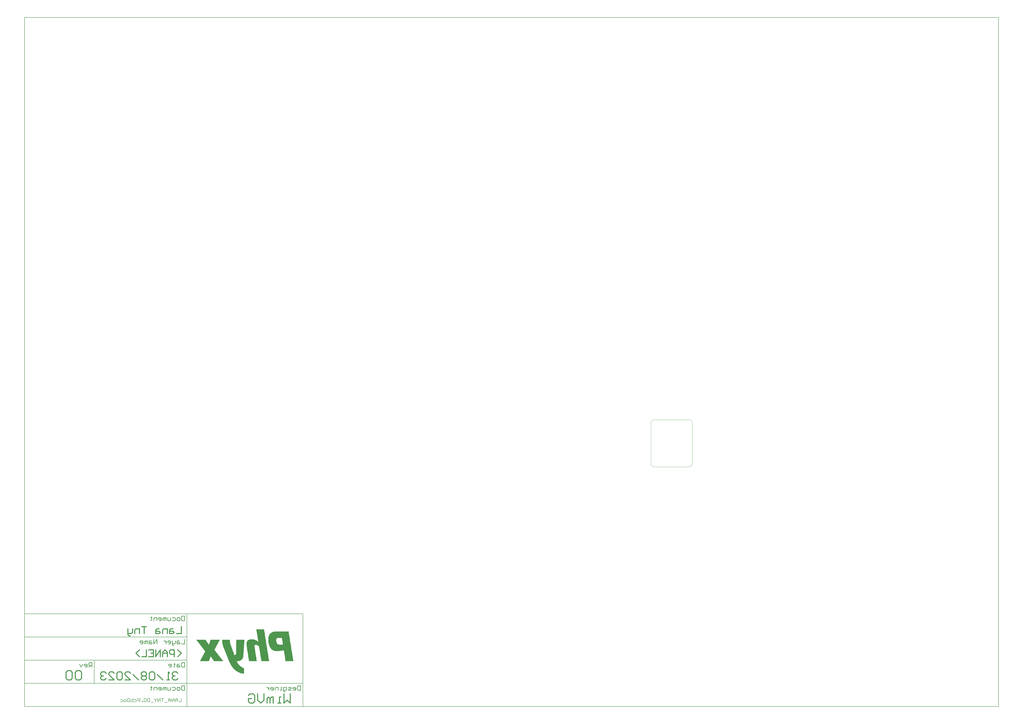
<source format=gbp>
G04*
G04 #@! TF.GenerationSoftware,Altium Limited,Altium Designer,23.8.1 (32)*
G04*
G04 Layer_Color=128*
%FSLAX25Y25*%
%MOIN*%
G70*
G04*
G04 #@! TF.SameCoordinates,792C4401-852F-49E4-8EEA-156BCAAEB04F*
G04*
G04*
G04 #@! TF.FilePolarity,Positive*
G04*
G01*
G75*
%ADD10C,0.00984*%
%ADD12C,0.00394*%
%ADD13C,0.00787*%
%ADD16C,0.01575*%
G36*
X-95415Y-279574D02*
X-97132D01*
Y-279860D01*
X-97991D01*
Y-280146D01*
X-98850D01*
Y-280433D01*
X-99709D01*
Y-280719D01*
X-100282D01*
Y-281005D01*
X-100568D01*
Y-281292D01*
X-101141D01*
Y-281578D01*
X-101427D01*
Y-281864D01*
X-102000D01*
Y-282151D01*
X-102286D01*
Y-282437D01*
X-102572D01*
Y-282723D01*
X-102859D01*
Y-283009D01*
X-103145D01*
Y-283296D01*
X-103431D01*
Y-283582D01*
X-103718D01*
Y-283868D01*
Y-284155D01*
X-104004D01*
Y-284441D01*
X-104290D01*
Y-284727D01*
Y-285014D01*
X-104577D01*
Y-285300D01*
X-104863D01*
Y-285586D01*
Y-285873D01*
X-105149D01*
Y-286159D01*
Y-286445D01*
Y-286732D01*
X-105436D01*
Y-287018D01*
Y-287304D01*
Y-287590D01*
X-105722D01*
Y-287877D01*
Y-288163D01*
Y-288449D01*
Y-288736D01*
X-106008D01*
Y-289022D01*
Y-289308D01*
Y-289595D01*
Y-289881D01*
Y-290167D01*
X-106295D01*
Y-290454D01*
Y-290740D01*
Y-291026D01*
Y-291313D01*
Y-291599D01*
Y-291885D01*
Y-292171D01*
Y-292458D01*
Y-292744D01*
Y-293030D01*
Y-293317D01*
Y-293603D01*
Y-293889D01*
Y-294176D01*
Y-294462D01*
Y-294748D01*
Y-295035D01*
Y-295321D01*
Y-295607D01*
Y-295894D01*
X-106008D01*
Y-296180D01*
Y-296466D01*
Y-296752D01*
Y-297039D01*
Y-297325D01*
Y-297611D01*
Y-297898D01*
X-105722D01*
Y-298184D01*
Y-298470D01*
Y-298757D01*
Y-299043D01*
Y-299329D01*
X-105436D01*
Y-299616D01*
Y-299902D01*
Y-300188D01*
Y-300475D01*
Y-300761D01*
X-105149D01*
Y-301047D01*
Y-301333D01*
Y-301620D01*
X-104863D01*
Y-301906D01*
Y-302192D01*
Y-302479D01*
Y-302765D01*
X-104577D01*
Y-303051D01*
Y-303338D01*
Y-303624D01*
X-104290D01*
Y-303910D01*
Y-304197D01*
X-104004D01*
Y-304483D01*
Y-304769D01*
Y-305055D01*
X-103718D01*
Y-305342D01*
Y-305628D01*
X-103431D01*
Y-305914D01*
Y-306201D01*
X-103145D01*
Y-306487D01*
Y-306773D01*
X-102859D01*
Y-307060D01*
X-102572D01*
Y-307346D01*
Y-307632D01*
X-102286D01*
Y-307919D01*
X-102000D01*
Y-308205D01*
X-101714D01*
Y-308491D01*
Y-308778D01*
X-101427D01*
Y-309064D01*
X-101141D01*
Y-309350D01*
X-100855D01*
Y-309636D01*
X-100568D01*
Y-309923D01*
X-100282D01*
Y-310209D01*
X-99709D01*
Y-310495D01*
X-99423D01*
Y-310782D01*
X-98850D01*
Y-311068D01*
X-98564D01*
Y-311354D01*
X-97991D01*
Y-311641D01*
X-97132D01*
Y-311927D01*
X-96273D01*
Y-312213D01*
X-95415D01*
Y-312500D01*
X-93697D01*
Y-312786D01*
X-88543D01*
Y-312500D01*
X-85966D01*
Y-312213D01*
X-83962D01*
Y-311927D01*
X-82530D01*
Y-311641D01*
X-81099D01*
Y-311354D01*
X-79667D01*
Y-311641D01*
Y-311927D01*
Y-312213D01*
Y-312500D01*
Y-312786D01*
Y-313072D01*
Y-313359D01*
X-79381D01*
Y-313645D01*
Y-313931D01*
Y-314217D01*
Y-314504D01*
Y-314790D01*
Y-315076D01*
X-79095D01*
Y-315363D01*
Y-315649D01*
Y-315935D01*
Y-316222D01*
Y-316508D01*
Y-316794D01*
X-78808D01*
Y-317081D01*
Y-317367D01*
Y-317653D01*
Y-317940D01*
Y-318226D01*
Y-318512D01*
Y-318798D01*
X-78522D01*
Y-319085D01*
Y-319371D01*
Y-319657D01*
Y-319944D01*
Y-320230D01*
Y-320516D01*
X-78236D01*
Y-320803D01*
Y-321089D01*
Y-321375D01*
Y-321662D01*
Y-321948D01*
Y-322234D01*
X-77950D01*
Y-322521D01*
Y-322807D01*
Y-323093D01*
Y-323379D01*
Y-323666D01*
Y-323952D01*
Y-324238D01*
X-77663D01*
Y-324525D01*
Y-324811D01*
Y-325097D01*
Y-325384D01*
Y-325670D01*
Y-325956D01*
X-77377D01*
Y-326243D01*
Y-326529D01*
Y-326815D01*
Y-327102D01*
Y-327388D01*
Y-327674D01*
X-77091D01*
Y-327960D01*
Y-328247D01*
Y-328533D01*
Y-328819D01*
Y-329106D01*
Y-329392D01*
Y-329678D01*
X-63634D01*
Y-329392D01*
X-63920D01*
Y-329106D01*
Y-328819D01*
Y-328533D01*
Y-328247D01*
Y-327960D01*
X-64206D01*
Y-327674D01*
Y-327388D01*
Y-327102D01*
Y-326815D01*
Y-326529D01*
Y-326243D01*
Y-325956D01*
X-64493D01*
Y-325670D01*
Y-325384D01*
Y-325097D01*
Y-324811D01*
Y-324525D01*
Y-324238D01*
X-64779D01*
Y-323952D01*
Y-323666D01*
Y-323379D01*
Y-323093D01*
Y-322807D01*
Y-322521D01*
X-65065D01*
Y-322234D01*
Y-321948D01*
Y-321662D01*
Y-321375D01*
Y-321089D01*
Y-320803D01*
Y-320516D01*
X-65352D01*
Y-320230D01*
Y-319944D01*
Y-319657D01*
Y-319371D01*
Y-319085D01*
Y-318798D01*
X-65638D01*
Y-318512D01*
Y-318226D01*
Y-317940D01*
Y-317653D01*
Y-317367D01*
Y-317081D01*
X-65924D01*
Y-316794D01*
Y-316508D01*
Y-316222D01*
Y-315935D01*
Y-315649D01*
Y-315363D01*
X-66211D01*
Y-315076D01*
Y-314790D01*
Y-314504D01*
Y-314217D01*
Y-313931D01*
Y-313645D01*
Y-313359D01*
X-66497D01*
Y-313072D01*
Y-312786D01*
Y-312500D01*
Y-312213D01*
Y-311927D01*
Y-311641D01*
X-66783D01*
Y-311354D01*
Y-311068D01*
Y-310782D01*
Y-310495D01*
Y-310209D01*
Y-309923D01*
X-67070D01*
Y-309636D01*
Y-309350D01*
Y-309064D01*
Y-308778D01*
Y-308491D01*
Y-308205D01*
X-67356D01*
Y-307919D01*
Y-307632D01*
Y-307346D01*
Y-307060D01*
Y-306773D01*
Y-306487D01*
Y-306201D01*
X-67642D01*
Y-305914D01*
Y-305628D01*
Y-305342D01*
Y-305055D01*
Y-304769D01*
Y-304483D01*
X-67928D01*
Y-304197D01*
Y-303910D01*
Y-303624D01*
Y-303338D01*
Y-303051D01*
Y-302765D01*
X-68215D01*
Y-302479D01*
Y-302192D01*
Y-301906D01*
Y-301620D01*
Y-301333D01*
Y-301047D01*
Y-300761D01*
X-68501D01*
Y-300475D01*
Y-300188D01*
Y-299902D01*
Y-299616D01*
Y-299329D01*
Y-299043D01*
X-68787D01*
Y-298757D01*
Y-298470D01*
Y-298184D01*
Y-297898D01*
Y-297611D01*
Y-297325D01*
X-69074D01*
Y-297039D01*
Y-296752D01*
Y-296466D01*
Y-296180D01*
Y-295894D01*
Y-295607D01*
X-69360D01*
Y-295321D01*
Y-295035D01*
Y-294748D01*
Y-294462D01*
Y-294176D01*
Y-293889D01*
Y-293603D01*
X-69646D01*
Y-293317D01*
Y-293030D01*
Y-292744D01*
Y-292458D01*
Y-292171D01*
Y-291885D01*
X-69933D01*
Y-291599D01*
Y-291313D01*
Y-291026D01*
Y-290740D01*
Y-290454D01*
Y-290167D01*
X-70219D01*
Y-289881D01*
Y-289595D01*
Y-289308D01*
Y-289022D01*
Y-288736D01*
Y-288449D01*
Y-288163D01*
X-70505D01*
Y-287877D01*
Y-287590D01*
Y-287304D01*
Y-287018D01*
Y-286732D01*
Y-286445D01*
X-70792D01*
Y-286159D01*
Y-285873D01*
Y-285586D01*
Y-285300D01*
Y-285014D01*
Y-284727D01*
X-71078D01*
Y-284441D01*
Y-284155D01*
Y-283868D01*
Y-283582D01*
Y-283296D01*
Y-283009D01*
Y-282723D01*
X-71364D01*
Y-282437D01*
Y-282151D01*
Y-281864D01*
Y-281578D01*
Y-281292D01*
Y-281005D01*
X-71651D01*
Y-280719D01*
Y-280433D01*
Y-280146D01*
Y-279860D01*
Y-279574D01*
Y-279287D01*
X-95415D01*
Y-279574D01*
D02*
G37*
G36*
X-126623Y-276138D02*
Y-276424D01*
X-126336D01*
Y-276711D01*
Y-276997D01*
Y-277283D01*
Y-277570D01*
Y-277856D01*
Y-278142D01*
X-126050D01*
Y-278428D01*
Y-278715D01*
Y-279001D01*
Y-279287D01*
Y-279574D01*
Y-279860D01*
X-125764D01*
Y-280146D01*
Y-280433D01*
Y-280719D01*
Y-281005D01*
Y-281292D01*
Y-281578D01*
Y-281864D01*
X-125477D01*
Y-282151D01*
Y-282437D01*
Y-282723D01*
Y-283009D01*
Y-283296D01*
Y-283582D01*
X-125191D01*
Y-283868D01*
Y-284155D01*
Y-284441D01*
Y-284727D01*
Y-285014D01*
Y-285300D01*
X-124905D01*
Y-285586D01*
Y-285873D01*
Y-286159D01*
Y-286445D01*
Y-286732D01*
Y-287018D01*
Y-287304D01*
X-124618D01*
Y-287590D01*
Y-287877D01*
Y-288163D01*
Y-288449D01*
Y-288736D01*
Y-289022D01*
X-124332D01*
Y-289308D01*
Y-289595D01*
Y-289881D01*
Y-290167D01*
Y-290454D01*
Y-290740D01*
X-124046D01*
Y-291026D01*
Y-291313D01*
Y-291599D01*
Y-291885D01*
Y-292171D01*
Y-292458D01*
X-123759D01*
Y-292744D01*
Y-293030D01*
Y-293317D01*
Y-293603D01*
Y-293889D01*
Y-294176D01*
Y-294462D01*
X-123473D01*
Y-294748D01*
Y-295035D01*
Y-295321D01*
Y-295607D01*
Y-295894D01*
Y-296180D01*
X-123187D01*
Y-296466D01*
Y-296752D01*
X-123759D01*
Y-296466D01*
X-124046D01*
Y-296180D01*
X-124332D01*
Y-295894D01*
X-124905D01*
Y-295607D01*
X-125191D01*
Y-295321D01*
X-125477D01*
Y-295035D01*
X-126050D01*
Y-294748D01*
X-126623D01*
Y-294462D01*
X-126909D01*
Y-294176D01*
X-127482D01*
Y-293889D01*
X-128341D01*
Y-293603D01*
X-128913D01*
Y-293317D01*
X-129772D01*
Y-293030D01*
X-131204D01*
Y-292744D01*
X-137503D01*
Y-293030D01*
X-138648D01*
Y-293317D01*
X-139507D01*
Y-293603D01*
X-140079D01*
Y-293889D01*
X-140366D01*
Y-294176D01*
X-140938D01*
Y-294462D01*
X-141225D01*
Y-294748D01*
X-141511D01*
Y-295035D01*
X-141797D01*
Y-295321D01*
X-142084D01*
Y-295607D01*
Y-295894D01*
X-142370D01*
Y-296180D01*
Y-296466D01*
X-142656D01*
Y-296752D01*
Y-297039D01*
Y-297325D01*
X-142943D01*
Y-297611D01*
Y-297898D01*
Y-298184D01*
Y-298470D01*
X-143229D01*
Y-298757D01*
Y-299043D01*
Y-299329D01*
Y-299616D01*
Y-299902D01*
Y-300188D01*
Y-300475D01*
Y-300761D01*
Y-301047D01*
Y-301333D01*
Y-301620D01*
Y-301906D01*
Y-302192D01*
Y-302479D01*
Y-302765D01*
Y-303051D01*
Y-303338D01*
Y-303624D01*
X-142943D01*
Y-303910D01*
Y-304197D01*
Y-304483D01*
Y-304769D01*
Y-305055D01*
Y-305342D01*
Y-305628D01*
X-142656D01*
Y-305914D01*
Y-306201D01*
Y-306487D01*
Y-306773D01*
Y-307060D01*
Y-307346D01*
Y-307632D01*
X-142370D01*
Y-307919D01*
Y-308205D01*
Y-308491D01*
Y-308778D01*
Y-309064D01*
Y-309350D01*
X-142084D01*
Y-309636D01*
Y-309923D01*
Y-310209D01*
Y-310495D01*
Y-310782D01*
Y-311068D01*
X-141797D01*
Y-311354D01*
Y-311641D01*
Y-311927D01*
Y-312213D01*
Y-312500D01*
Y-312786D01*
X-141511D01*
Y-313072D01*
Y-313359D01*
Y-313645D01*
Y-313931D01*
Y-314217D01*
Y-314504D01*
Y-314790D01*
X-141225D01*
Y-315076D01*
Y-315363D01*
Y-315649D01*
Y-315935D01*
Y-316222D01*
Y-316508D01*
X-140938D01*
Y-316794D01*
Y-317081D01*
Y-317367D01*
Y-317653D01*
Y-317940D01*
Y-318226D01*
X-140652D01*
Y-318512D01*
Y-318798D01*
Y-319085D01*
Y-319371D01*
Y-319657D01*
Y-319944D01*
Y-320230D01*
X-140366D01*
Y-320516D01*
Y-320803D01*
Y-321089D01*
Y-321375D01*
Y-321662D01*
Y-321948D01*
X-140079D01*
Y-322234D01*
Y-322521D01*
Y-322807D01*
Y-323093D01*
Y-323379D01*
Y-323666D01*
X-139793D01*
Y-323952D01*
Y-324238D01*
Y-324525D01*
Y-324811D01*
Y-325097D01*
Y-325384D01*
X-139507D01*
Y-325670D01*
Y-325956D01*
Y-326243D01*
Y-326529D01*
Y-326815D01*
Y-327102D01*
Y-327388D01*
X-139220D01*
Y-327674D01*
Y-327960D01*
Y-328247D01*
Y-328533D01*
Y-328819D01*
Y-329106D01*
X-138934D01*
Y-329392D01*
Y-329678D01*
X-125764D01*
Y-329392D01*
Y-329106D01*
X-126050D01*
Y-328819D01*
Y-328533D01*
Y-328247D01*
Y-327960D01*
Y-327674D01*
Y-327388D01*
X-126336D01*
Y-327102D01*
Y-326815D01*
Y-326529D01*
Y-326243D01*
Y-325956D01*
Y-325670D01*
Y-325384D01*
X-126623D01*
Y-325097D01*
Y-324811D01*
Y-324525D01*
Y-324238D01*
Y-323952D01*
Y-323666D01*
X-126909D01*
Y-323379D01*
Y-323093D01*
Y-322807D01*
Y-322521D01*
Y-322234D01*
Y-321948D01*
X-127195D01*
Y-321662D01*
Y-321375D01*
Y-321089D01*
Y-320803D01*
Y-320516D01*
Y-320230D01*
Y-319944D01*
X-127482D01*
Y-319657D01*
Y-319371D01*
Y-319085D01*
Y-318798D01*
Y-318512D01*
Y-318226D01*
X-127768D01*
Y-317940D01*
Y-317653D01*
Y-317367D01*
Y-317081D01*
Y-316794D01*
Y-316508D01*
Y-316222D01*
X-128054D01*
Y-315935D01*
Y-315649D01*
Y-315363D01*
Y-315076D01*
Y-314790D01*
Y-314504D01*
X-128341D01*
Y-314217D01*
Y-313931D01*
Y-313645D01*
Y-313359D01*
Y-313072D01*
Y-312786D01*
X-128627D01*
Y-312500D01*
Y-312213D01*
Y-311927D01*
Y-311641D01*
Y-311354D01*
Y-311068D01*
X-128913D01*
Y-310782D01*
Y-310495D01*
Y-310209D01*
Y-309923D01*
Y-309636D01*
Y-309350D01*
Y-309064D01*
X-129200D01*
Y-308778D01*
Y-308491D01*
Y-308205D01*
Y-307919D01*
Y-307632D01*
Y-307346D01*
X-129486D01*
Y-307060D01*
Y-306773D01*
Y-306487D01*
Y-306201D01*
Y-305914D01*
Y-305628D01*
Y-305342D01*
X-129772D01*
Y-305055D01*
Y-304769D01*
Y-304483D01*
Y-304197D01*
Y-303910D01*
Y-303624D01*
X-129486D01*
Y-303338D01*
Y-303051D01*
X-129200D01*
Y-302765D01*
X-128913D01*
Y-302479D01*
X-128341D01*
Y-302192D01*
X-126623D01*
Y-302479D01*
X-125191D01*
Y-302765D01*
X-124332D01*
Y-303051D01*
X-123759D01*
Y-303338D01*
X-123473D01*
Y-303624D01*
X-122901D01*
Y-303910D01*
X-122614D01*
Y-304197D01*
X-122328D01*
Y-304483D01*
Y-304769D01*
X-122042D01*
Y-305055D01*
Y-305342D01*
Y-305628D01*
X-121755D01*
Y-305914D01*
Y-306201D01*
Y-306487D01*
Y-306773D01*
Y-307060D01*
Y-307346D01*
X-121469D01*
Y-307632D01*
Y-307919D01*
Y-308205D01*
Y-308491D01*
Y-308778D01*
Y-309064D01*
Y-309350D01*
X-121183D01*
Y-309636D01*
Y-309923D01*
Y-310209D01*
Y-310495D01*
Y-310782D01*
Y-311068D01*
X-120896D01*
Y-311354D01*
Y-311641D01*
Y-311927D01*
Y-312213D01*
Y-312500D01*
Y-312786D01*
X-120610D01*
Y-313072D01*
Y-313359D01*
Y-313645D01*
Y-313931D01*
Y-314217D01*
Y-314504D01*
X-120324D01*
Y-314790D01*
Y-315076D01*
Y-315363D01*
Y-315649D01*
Y-315935D01*
Y-316222D01*
Y-316508D01*
X-120037D01*
Y-316794D01*
Y-317081D01*
Y-317367D01*
Y-317653D01*
Y-317940D01*
Y-318226D01*
X-119751D01*
Y-318512D01*
Y-318798D01*
Y-319085D01*
Y-319371D01*
Y-319657D01*
Y-319944D01*
X-119465D01*
Y-320230D01*
Y-320516D01*
Y-320803D01*
Y-321089D01*
Y-321375D01*
Y-321662D01*
Y-321948D01*
X-119178D01*
Y-322234D01*
Y-322521D01*
Y-322807D01*
Y-323093D01*
Y-323379D01*
Y-323666D01*
X-118892D01*
Y-323952D01*
Y-324238D01*
Y-324525D01*
Y-324811D01*
Y-325097D01*
Y-325384D01*
X-118606D01*
Y-325670D01*
Y-325956D01*
Y-326243D01*
Y-326529D01*
Y-326815D01*
Y-327102D01*
X-118320D01*
Y-327388D01*
Y-327674D01*
Y-327960D01*
Y-328247D01*
Y-328533D01*
Y-328819D01*
Y-329106D01*
X-118033D01*
Y-329392D01*
Y-329678D01*
X-104863D01*
Y-329392D01*
Y-329106D01*
X-105149D01*
Y-328819D01*
Y-328533D01*
Y-328247D01*
Y-327960D01*
Y-327674D01*
Y-327388D01*
Y-327102D01*
X-105436D01*
Y-326815D01*
Y-326529D01*
Y-326243D01*
Y-325956D01*
Y-325670D01*
Y-325384D01*
X-105722D01*
Y-325097D01*
Y-324811D01*
Y-324525D01*
Y-324238D01*
Y-323952D01*
Y-323666D01*
X-106008D01*
Y-323379D01*
Y-323093D01*
Y-322807D01*
Y-322521D01*
Y-322234D01*
Y-321948D01*
Y-321662D01*
X-106295D01*
Y-321375D01*
Y-321089D01*
Y-320803D01*
Y-320516D01*
Y-320230D01*
Y-319944D01*
X-106581D01*
Y-319657D01*
Y-319371D01*
Y-319085D01*
Y-318798D01*
Y-318512D01*
Y-318226D01*
X-106867D01*
Y-317940D01*
Y-317653D01*
Y-317367D01*
Y-317081D01*
Y-316794D01*
Y-316508D01*
X-107153D01*
Y-316222D01*
Y-315935D01*
Y-315649D01*
Y-315363D01*
Y-315076D01*
Y-314790D01*
Y-314504D01*
X-107440D01*
Y-314217D01*
Y-313931D01*
Y-313645D01*
Y-313359D01*
Y-313072D01*
Y-312786D01*
X-107726D01*
Y-312500D01*
Y-312213D01*
Y-311927D01*
Y-311641D01*
Y-311354D01*
Y-311068D01*
X-108012D01*
Y-310782D01*
Y-310495D01*
Y-310209D01*
Y-309923D01*
Y-309636D01*
Y-309350D01*
Y-309064D01*
X-108299D01*
Y-308778D01*
Y-308491D01*
Y-308205D01*
Y-307919D01*
Y-307632D01*
Y-307346D01*
X-108585D01*
Y-307060D01*
Y-306773D01*
Y-306487D01*
Y-306201D01*
Y-305914D01*
Y-305628D01*
X-108871D01*
Y-305342D01*
Y-305055D01*
Y-304769D01*
Y-304483D01*
Y-304197D01*
Y-303910D01*
X-109158D01*
Y-303624D01*
Y-303338D01*
Y-303051D01*
Y-302765D01*
Y-302479D01*
Y-302192D01*
Y-301906D01*
X-109444D01*
Y-301620D01*
Y-301333D01*
Y-301047D01*
Y-300761D01*
Y-300475D01*
Y-300188D01*
X-109730D01*
Y-299902D01*
Y-299616D01*
Y-299329D01*
Y-299043D01*
Y-298757D01*
Y-298470D01*
X-110017D01*
Y-298184D01*
Y-297898D01*
Y-297611D01*
Y-297325D01*
Y-297039D01*
Y-296752D01*
X-110303D01*
Y-296466D01*
Y-296180D01*
Y-295894D01*
Y-295607D01*
Y-295321D01*
Y-295035D01*
Y-294748D01*
X-110589D01*
Y-294462D01*
Y-294176D01*
Y-293889D01*
Y-293603D01*
Y-293317D01*
Y-293030D01*
X-110875D01*
Y-292744D01*
Y-292458D01*
Y-292171D01*
Y-291885D01*
Y-291599D01*
Y-291313D01*
X-111162D01*
Y-291026D01*
Y-290740D01*
Y-290454D01*
Y-290167D01*
Y-289881D01*
Y-289595D01*
Y-289308D01*
X-111448D01*
Y-289022D01*
Y-288736D01*
Y-288449D01*
Y-288163D01*
Y-287877D01*
Y-287590D01*
X-111734D01*
Y-287304D01*
Y-287018D01*
Y-286732D01*
Y-286445D01*
Y-286159D01*
Y-285873D01*
X-112021D01*
Y-285586D01*
Y-285300D01*
Y-285014D01*
Y-284727D01*
Y-284441D01*
Y-284155D01*
X-112307D01*
Y-283868D01*
Y-283582D01*
Y-283296D01*
Y-283009D01*
Y-282723D01*
Y-282437D01*
Y-282151D01*
X-112593D01*
Y-281864D01*
Y-281578D01*
Y-281292D01*
Y-281005D01*
Y-280719D01*
Y-280433D01*
X-112880D01*
Y-280146D01*
Y-279860D01*
Y-279574D01*
Y-279287D01*
Y-279001D01*
Y-278715D01*
X-113166D01*
Y-278428D01*
Y-278142D01*
Y-277856D01*
Y-277570D01*
Y-277283D01*
Y-276997D01*
Y-276711D01*
X-113452D01*
Y-276424D01*
Y-276138D01*
Y-275852D01*
X-126623D01*
Y-276138D01*
D02*
G37*
G36*
X-228550Y-293603D02*
X-228264D01*
Y-293889D01*
X-227977D01*
Y-294176D01*
Y-294462D01*
X-227691D01*
Y-294748D01*
X-227405D01*
Y-295035D01*
X-227118D01*
Y-295321D01*
Y-295607D01*
X-226832D01*
Y-295894D01*
X-226546D01*
Y-296180D01*
X-226259D01*
Y-296466D01*
X-225973D01*
Y-296752D01*
Y-297039D01*
X-225687D01*
Y-297325D01*
X-225401D01*
Y-297611D01*
X-225114D01*
Y-297898D01*
Y-298184D01*
X-224828D01*
Y-298470D01*
X-224542D01*
Y-298757D01*
X-224255D01*
Y-299043D01*
X-223969D01*
Y-299329D01*
Y-299616D01*
X-223683D01*
Y-299902D01*
X-223396D01*
Y-300188D01*
X-223110D01*
Y-300475D01*
Y-300761D01*
X-222824D01*
Y-301047D01*
X-222537D01*
Y-301333D01*
X-222251D01*
Y-301620D01*
Y-301906D01*
X-221965D01*
Y-302192D01*
X-221678D01*
Y-302479D01*
X-221392D01*
Y-302765D01*
X-221106D01*
Y-303051D01*
Y-303338D01*
X-220820D01*
Y-303624D01*
X-220533D01*
Y-303910D01*
X-220247D01*
Y-304197D01*
Y-304483D01*
X-219961D01*
Y-304769D01*
X-219674D01*
Y-305055D01*
X-219388D01*
Y-305342D01*
Y-305628D01*
X-219102D01*
Y-305914D01*
X-218815D01*
Y-306201D01*
X-218529D01*
Y-306487D01*
X-218243D01*
Y-306773D01*
Y-307060D01*
X-217956D01*
Y-307346D01*
X-217670D01*
Y-307632D01*
X-217384D01*
Y-307919D01*
Y-308205D01*
X-217097D01*
Y-308491D01*
X-216811D01*
Y-308778D01*
X-216525D01*
Y-309064D01*
Y-309350D01*
X-216239D01*
Y-309636D01*
X-215952D01*
Y-309923D01*
X-215666D01*
Y-310209D01*
X-215380D01*
Y-310495D01*
Y-310782D01*
X-215093D01*
Y-311068D01*
X-214807D01*
Y-311354D01*
X-214521D01*
Y-311641D01*
Y-311927D01*
X-214234D01*
Y-312213D01*
X-213948D01*
Y-312500D01*
X-213662D01*
Y-312786D01*
X-213375D01*
Y-313072D01*
Y-313359D01*
X-213662D01*
Y-313645D01*
Y-313931D01*
X-213948D01*
Y-314217D01*
Y-314504D01*
X-214234D01*
Y-314790D01*
X-214521D01*
Y-315076D01*
Y-315363D01*
X-214807D01*
Y-315649D01*
Y-315935D01*
X-215093D01*
Y-316222D01*
Y-316508D01*
X-215380D01*
Y-316794D01*
Y-317081D01*
X-215666D01*
Y-317367D01*
Y-317653D01*
X-215952D01*
Y-317940D01*
Y-318226D01*
X-216239D01*
Y-318512D01*
Y-318798D01*
X-216525D01*
Y-319085D01*
Y-319371D01*
X-216811D01*
Y-319657D01*
X-217097D01*
Y-319944D01*
Y-320230D01*
X-217384D01*
Y-320516D01*
Y-320803D01*
X-217670D01*
Y-321089D01*
Y-321375D01*
X-217956D01*
Y-321662D01*
Y-321948D01*
X-218243D01*
Y-322234D01*
Y-322521D01*
X-218529D01*
Y-322807D01*
Y-323093D01*
X-218815D01*
Y-323379D01*
Y-323666D01*
X-219102D01*
Y-323952D01*
X-219388D01*
Y-324238D01*
Y-324525D01*
X-219674D01*
Y-324811D01*
Y-325097D01*
X-219961D01*
Y-325384D01*
Y-325670D01*
X-220247D01*
Y-325956D01*
Y-326243D01*
X-220533D01*
Y-326529D01*
Y-326815D01*
X-220820D01*
Y-327102D01*
Y-327388D01*
X-221106D01*
Y-327674D01*
Y-327960D01*
X-221392D01*
Y-328247D01*
X-221678D01*
Y-328533D01*
Y-328819D01*
X-221965D01*
Y-329106D01*
Y-329392D01*
X-222251D01*
Y-329678D01*
X-207077D01*
Y-329392D01*
X-206790D01*
Y-329106D01*
Y-328819D01*
Y-328533D01*
X-206504D01*
Y-328247D01*
Y-327960D01*
Y-327674D01*
X-206218D01*
Y-327388D01*
Y-327102D01*
X-205931D01*
Y-326815D01*
Y-326529D01*
Y-326243D01*
X-205645D01*
Y-325956D01*
Y-325670D01*
Y-325384D01*
X-205359D01*
Y-325097D01*
Y-324811D01*
X-205072D01*
Y-324525D01*
Y-324238D01*
Y-323952D01*
X-204786D01*
Y-323666D01*
Y-323379D01*
Y-323093D01*
X-204500D01*
Y-322807D01*
Y-322521D01*
Y-322234D01*
X-204214D01*
Y-321948D01*
X-203641D01*
Y-322234D01*
Y-322521D01*
X-203355D01*
Y-322807D01*
X-203068D01*
Y-323093D01*
Y-323379D01*
X-202782D01*
Y-323666D01*
X-202496D01*
Y-323952D01*
Y-324238D01*
X-202209D01*
Y-324525D01*
X-201923D01*
Y-324811D01*
Y-325097D01*
X-201637D01*
Y-325384D01*
X-201350D01*
Y-325670D01*
X-201064D01*
Y-325956D01*
Y-326243D01*
X-200778D01*
Y-326529D01*
X-200491D01*
Y-326815D01*
Y-327102D01*
X-200205D01*
Y-327388D01*
X-199919D01*
Y-327674D01*
Y-327960D01*
X-199632D01*
Y-328247D01*
X-199346D01*
Y-328533D01*
Y-328819D01*
X-199060D01*
Y-329106D01*
X-198774D01*
Y-329392D01*
Y-329678D01*
X-182740D01*
Y-329392D01*
X-183026D01*
Y-329106D01*
X-183313D01*
Y-328819D01*
X-183599D01*
Y-328533D01*
X-183885D01*
Y-328247D01*
Y-327960D01*
X-184172D01*
Y-327674D01*
X-184458D01*
Y-327388D01*
X-184744D01*
Y-327102D01*
X-185030D01*
Y-326815D01*
Y-326529D01*
X-185317D01*
Y-326243D01*
X-185603D01*
Y-325956D01*
X-185889D01*
Y-325670D01*
Y-325384D01*
X-186176D01*
Y-325097D01*
X-186462D01*
Y-324811D01*
X-186748D01*
Y-324525D01*
X-187035D01*
Y-324238D01*
Y-323952D01*
X-187321D01*
Y-323666D01*
X-187607D01*
Y-323379D01*
X-187894D01*
Y-323093D01*
X-188180D01*
Y-322807D01*
Y-322521D01*
X-188466D01*
Y-322234D01*
X-188753D01*
Y-321948D01*
X-189039D01*
Y-321662D01*
Y-321375D01*
X-189325D01*
Y-321089D01*
X-189611D01*
Y-320803D01*
X-189898D01*
Y-320516D01*
X-190184D01*
Y-320230D01*
Y-319944D01*
X-190470D01*
Y-319657D01*
X-190757D01*
Y-319371D01*
X-191043D01*
Y-319085D01*
Y-318798D01*
X-191329D01*
Y-318512D01*
X-191616D01*
Y-318226D01*
X-191902D01*
Y-317940D01*
X-192188D01*
Y-317653D01*
Y-317367D01*
X-192475D01*
Y-317081D01*
X-192761D01*
Y-316794D01*
X-193047D01*
Y-316508D01*
Y-316222D01*
X-193334D01*
Y-315935D01*
X-193620D01*
Y-315649D01*
X-193906D01*
Y-315363D01*
X-194193D01*
Y-315076D01*
Y-314790D01*
X-194479D01*
Y-314504D01*
X-194765D01*
Y-314217D01*
X-195051D01*
Y-313931D01*
X-195338D01*
Y-313645D01*
Y-313359D01*
X-195624D01*
Y-313072D01*
X-195910D01*
Y-312786D01*
X-196197D01*
Y-312500D01*
Y-312213D01*
X-196483D01*
Y-311927D01*
X-196769D01*
Y-311641D01*
X-197056D01*
Y-311354D01*
X-197342D01*
Y-311068D01*
Y-310782D01*
X-197628D01*
Y-310495D01*
Y-310209D01*
Y-309923D01*
X-197342D01*
Y-309636D01*
X-197056D01*
Y-309350D01*
Y-309064D01*
X-196769D01*
Y-308778D01*
Y-308491D01*
X-196483D01*
Y-308205D01*
Y-307919D01*
X-196197D01*
Y-307632D01*
Y-307346D01*
X-195910D01*
Y-307060D01*
Y-306773D01*
X-195624D01*
Y-306487D01*
Y-306201D01*
X-195338D01*
Y-305914D01*
X-195051D01*
Y-305628D01*
Y-305342D01*
X-194765D01*
Y-305055D01*
Y-304769D01*
X-194479D01*
Y-304483D01*
Y-304197D01*
X-194193D01*
Y-303910D01*
Y-303624D01*
X-193906D01*
Y-303338D01*
Y-303051D01*
X-193620D01*
Y-302765D01*
Y-302479D01*
X-193334D01*
Y-302192D01*
X-193047D01*
Y-301906D01*
Y-301620D01*
X-192761D01*
Y-301333D01*
Y-301047D01*
X-192475D01*
Y-300761D01*
Y-300475D01*
X-192188D01*
Y-300188D01*
Y-299902D01*
X-191902D01*
Y-299616D01*
Y-299329D01*
X-191616D01*
Y-299043D01*
Y-298757D01*
X-191329D01*
Y-298470D01*
Y-298184D01*
X-191043D01*
Y-297898D01*
X-190757D01*
Y-297611D01*
Y-297325D01*
X-190470D01*
Y-297039D01*
Y-296752D01*
X-190184D01*
Y-296466D01*
Y-296180D01*
X-189898D01*
Y-295894D01*
Y-295607D01*
X-189611D01*
Y-295321D01*
Y-295035D01*
X-189325D01*
Y-294748D01*
Y-294462D01*
X-189039D01*
Y-294176D01*
X-188753D01*
Y-293889D01*
Y-293603D01*
X-188466D01*
Y-293317D01*
X-204214D01*
Y-293603D01*
X-204500D01*
Y-293889D01*
Y-294176D01*
Y-294462D01*
X-204786D01*
Y-294748D01*
Y-295035D01*
Y-295321D01*
X-205072D01*
Y-295607D01*
Y-295894D01*
Y-296180D01*
X-205359D01*
Y-296466D01*
Y-296752D01*
Y-297039D01*
X-205645D01*
Y-297325D01*
Y-297611D01*
Y-297898D01*
X-205931D01*
Y-298184D01*
Y-298470D01*
Y-298757D01*
X-206218D01*
Y-299043D01*
Y-299329D01*
Y-299616D01*
X-206504D01*
Y-299902D01*
Y-300188D01*
Y-300475D01*
X-206790D01*
Y-300761D01*
Y-301047D01*
Y-301333D01*
Y-301620D01*
X-207363D01*
Y-301333D01*
X-207649D01*
Y-301047D01*
X-207936D01*
Y-300761D01*
Y-300475D01*
X-208222D01*
Y-300188D01*
X-208508D01*
Y-299902D01*
Y-299616D01*
X-208794D01*
Y-299329D01*
X-209081D01*
Y-299043D01*
Y-298757D01*
X-209367D01*
Y-298470D01*
X-209653D01*
Y-298184D01*
Y-297898D01*
X-209940D01*
Y-297611D01*
X-210226D01*
Y-297325D01*
Y-297039D01*
X-210512D01*
Y-296752D01*
X-210799D01*
Y-296466D01*
Y-296180D01*
X-211085D01*
Y-295894D01*
X-211371D01*
Y-295607D01*
Y-295321D01*
X-211658D01*
Y-295035D01*
X-211944D01*
Y-294748D01*
Y-294462D01*
X-212230D01*
Y-294176D01*
X-212516D01*
Y-293889D01*
Y-293603D01*
X-212803D01*
Y-293317D01*
X-228550D01*
Y-293603D01*
D02*
G37*
G36*
X-184458D02*
Y-293889D01*
Y-294176D01*
Y-294462D01*
Y-294748D01*
Y-295035D01*
Y-295321D01*
Y-295607D01*
Y-295894D01*
Y-296180D01*
Y-296466D01*
Y-296752D01*
Y-297039D01*
Y-297325D01*
Y-297611D01*
Y-297898D01*
Y-298184D01*
Y-298470D01*
Y-298757D01*
Y-299043D01*
Y-299329D01*
X-184172D01*
Y-299616D01*
Y-299902D01*
Y-300188D01*
Y-300475D01*
Y-300761D01*
X-183885D01*
Y-301047D01*
Y-301333D01*
Y-301620D01*
Y-301906D01*
X-183599D01*
Y-302192D01*
Y-302479D01*
Y-302765D01*
Y-303051D01*
X-183313D01*
Y-303338D01*
Y-303624D01*
Y-303910D01*
X-183026D01*
Y-304197D01*
Y-304483D01*
Y-304769D01*
X-182740D01*
Y-305055D01*
Y-305342D01*
Y-305628D01*
X-182454D01*
Y-305914D01*
Y-306201D01*
Y-306487D01*
X-182167D01*
Y-306773D01*
Y-307060D01*
X-181881D01*
Y-307346D01*
Y-307632D01*
X-181595D01*
Y-307919D01*
Y-308205D01*
Y-308491D01*
X-181308D01*
Y-308778D01*
Y-309064D01*
X-181022D01*
Y-309350D01*
Y-309636D01*
Y-309923D01*
X-180736D01*
Y-310209D01*
Y-310495D01*
X-180449D01*
Y-310782D01*
Y-311068D01*
Y-311354D01*
X-180163D01*
Y-311641D01*
Y-311927D01*
X-179877D01*
Y-312213D01*
Y-312500D01*
Y-312786D01*
X-179591D01*
Y-313072D01*
Y-313359D01*
X-179304D01*
Y-313645D01*
Y-313931D01*
Y-314217D01*
X-179018D01*
Y-314504D01*
Y-314790D01*
X-178732D01*
Y-315076D01*
Y-315363D01*
Y-315649D01*
X-178445D01*
Y-315935D01*
Y-316222D01*
X-178159D01*
Y-316508D01*
Y-316794D01*
Y-317081D01*
X-177873D01*
Y-317367D01*
Y-317653D01*
X-177586D01*
Y-317940D01*
Y-318226D01*
Y-318512D01*
X-177300D01*
Y-318798D01*
Y-319085D01*
X-177014D01*
Y-319371D01*
Y-319657D01*
Y-319944D01*
X-176727D01*
Y-320230D01*
Y-320516D01*
X-176441D01*
Y-320803D01*
Y-321089D01*
Y-321375D01*
X-176155D01*
Y-321662D01*
Y-321948D01*
X-175868D01*
Y-322234D01*
Y-322521D01*
Y-322807D01*
X-175582D01*
Y-323093D01*
Y-323379D01*
X-175296D01*
Y-323666D01*
Y-323952D01*
Y-324238D01*
X-175010D01*
Y-324525D01*
Y-324811D01*
X-174723D01*
Y-325097D01*
Y-325384D01*
Y-325670D01*
X-174437D01*
Y-325956D01*
Y-326243D01*
X-174151D01*
Y-326529D01*
Y-326815D01*
Y-327102D01*
X-173864D01*
Y-327388D01*
Y-327674D01*
X-173578D01*
Y-327960D01*
Y-328247D01*
Y-328533D01*
X-173292D01*
Y-328819D01*
Y-329106D01*
X-173005D01*
Y-329392D01*
Y-329678D01*
Y-329965D01*
X-172719D01*
Y-330251D01*
Y-330537D01*
X-172433D01*
Y-330824D01*
Y-331110D01*
X-172146D01*
Y-331396D01*
Y-331683D01*
X-171860D01*
Y-331969D01*
Y-332255D01*
Y-332542D01*
X-171574D01*
Y-332828D01*
X-171288D01*
Y-333114D01*
Y-333401D01*
Y-333687D01*
X-171001D01*
Y-333973D01*
X-170715D01*
Y-334259D01*
Y-334546D01*
X-170429D01*
Y-334832D01*
Y-335118D01*
X-170142D01*
Y-335405D01*
Y-335691D01*
X-169856D01*
Y-335977D01*
Y-336264D01*
X-169570D01*
Y-336550D01*
X-169283D01*
Y-336836D01*
Y-337123D01*
X-168997D01*
Y-337409D01*
Y-337695D01*
X-168711D01*
Y-337982D01*
X-168424D01*
Y-338268D01*
X-168138D01*
Y-338554D01*
Y-338840D01*
X-167852D01*
Y-339127D01*
X-167565D01*
Y-339413D01*
Y-339699D01*
X-167279D01*
Y-339986D01*
X-166993D01*
Y-340272D01*
X-166707D01*
Y-340558D01*
Y-340845D01*
X-166420D01*
Y-341131D01*
X-166134D01*
Y-341417D01*
X-165848D01*
Y-341704D01*
X-165561D01*
Y-341990D01*
X-165275D01*
Y-342276D01*
Y-342563D01*
X-164989D01*
Y-342849D01*
X-164702D01*
Y-343135D01*
X-164416D01*
Y-343421D01*
X-164130D01*
Y-343708D01*
X-163843D01*
Y-343994D01*
X-163557D01*
Y-344280D01*
X-163271D01*
Y-344567D01*
X-162698D01*
Y-344853D01*
X-162412D01*
Y-345139D01*
X-162126D01*
Y-345426D01*
X-161839D01*
Y-345712D01*
X-161553D01*
Y-345998D01*
X-160980D01*
Y-346285D01*
X-160694D01*
Y-346571D01*
X-160121D01*
Y-346857D01*
X-159835D01*
Y-347144D01*
X-159262D01*
Y-347430D01*
X-158976D01*
Y-347716D01*
X-158403D01*
Y-348002D01*
X-157831D01*
Y-348289D01*
X-157258D01*
Y-348575D01*
X-156685D01*
Y-348861D01*
X-156113D01*
Y-349148D01*
X-155254D01*
Y-349434D01*
X-154681D01*
Y-349720D01*
X-153822D01*
Y-350007D01*
X-152677D01*
Y-350293D01*
X-151532D01*
Y-350579D01*
X-149814D01*
Y-350866D01*
X-147810D01*
Y-351152D01*
X-147523D01*
Y-350866D01*
Y-350579D01*
Y-350293D01*
Y-350007D01*
Y-349720D01*
Y-349434D01*
Y-349148D01*
Y-348861D01*
Y-348575D01*
Y-348289D01*
Y-348002D01*
Y-347716D01*
Y-347430D01*
Y-347144D01*
Y-346857D01*
Y-346571D01*
Y-346285D01*
Y-345998D01*
Y-345712D01*
Y-345426D01*
Y-345139D01*
Y-344853D01*
Y-344567D01*
Y-344280D01*
Y-343994D01*
Y-343708D01*
Y-343421D01*
Y-343135D01*
Y-342849D01*
Y-342563D01*
Y-342276D01*
Y-341990D01*
Y-341704D01*
X-148096D01*
Y-341417D01*
X-148669D01*
Y-341131D01*
X-149241D01*
Y-340845D01*
X-149814D01*
Y-340558D01*
X-150387D01*
Y-340272D01*
X-150959D01*
Y-339986D01*
X-151246D01*
Y-339699D01*
X-151818D01*
Y-339413D01*
X-152104D01*
Y-339127D01*
X-152677D01*
Y-338840D01*
X-152963D01*
Y-338554D01*
X-153250D01*
Y-338268D01*
X-153822D01*
Y-337982D01*
X-154109D01*
Y-337695D01*
X-154395D01*
Y-337409D01*
X-154681D01*
Y-337123D01*
X-154968D01*
Y-336836D01*
X-155254D01*
Y-336550D01*
X-155540D01*
Y-336264D01*
X-155827D01*
Y-335977D01*
X-156113D01*
Y-335691D01*
X-156399D01*
Y-335405D01*
X-156685D01*
Y-335118D01*
X-156972D01*
Y-334832D01*
Y-334546D01*
X-157258D01*
Y-334259D01*
X-157545D01*
Y-333973D01*
X-157831D01*
Y-333687D01*
Y-333401D01*
X-158117D01*
Y-333114D01*
X-158403D01*
Y-332828D01*
Y-332542D01*
X-158690D01*
Y-332255D01*
Y-331969D01*
X-158976D01*
Y-331683D01*
X-159262D01*
Y-331396D01*
Y-331110D01*
X-159549D01*
Y-330824D01*
Y-330537D01*
X-159835D01*
Y-330251D01*
Y-329965D01*
X-158117D01*
Y-329678D01*
X-156113D01*
Y-329392D01*
X-154968D01*
Y-329106D01*
X-154395D01*
Y-328819D01*
X-153536D01*
Y-328533D01*
X-152963D01*
Y-328247D01*
X-152677D01*
Y-327960D01*
X-152104D01*
Y-327674D01*
X-151818D01*
Y-327388D01*
X-151532D01*
Y-327102D01*
X-151246D01*
Y-326815D01*
X-150959D01*
Y-326529D01*
X-150673D01*
Y-326243D01*
Y-325956D01*
X-150387D01*
Y-325670D01*
X-150100D01*
Y-325384D01*
Y-325097D01*
X-149814D01*
Y-324811D01*
Y-324525D01*
X-149528D01*
Y-324238D01*
Y-323952D01*
X-149241D01*
Y-323666D01*
Y-323379D01*
Y-323093D01*
X-148955D01*
Y-322807D01*
Y-322521D01*
Y-322234D01*
Y-321948D01*
X-148669D01*
Y-321662D01*
Y-321375D01*
Y-321089D01*
Y-320803D01*
Y-320516D01*
Y-320230D01*
Y-319944D01*
X-148382D01*
Y-319657D01*
Y-319371D01*
Y-319085D01*
Y-318798D01*
Y-318512D01*
Y-318226D01*
Y-317940D01*
Y-317653D01*
Y-317367D01*
Y-317081D01*
Y-316794D01*
Y-316508D01*
Y-316222D01*
Y-315935D01*
Y-315649D01*
X-148096D01*
Y-315363D01*
Y-315076D01*
Y-314790D01*
Y-314504D01*
Y-314217D01*
Y-313931D01*
Y-313645D01*
Y-313359D01*
Y-313072D01*
Y-312786D01*
Y-312500D01*
Y-312213D01*
Y-311927D01*
Y-311641D01*
Y-311354D01*
X-147810D01*
Y-311068D01*
Y-310782D01*
Y-310495D01*
Y-310209D01*
Y-309923D01*
Y-309636D01*
Y-309350D01*
Y-309064D01*
Y-308778D01*
Y-308491D01*
Y-308205D01*
Y-307919D01*
Y-307632D01*
Y-307346D01*
Y-307060D01*
Y-306773D01*
X-147523D01*
Y-306487D01*
Y-306201D01*
Y-305914D01*
Y-305628D01*
Y-305342D01*
Y-305055D01*
Y-304769D01*
Y-304483D01*
Y-304197D01*
Y-303910D01*
Y-303624D01*
Y-303338D01*
Y-303051D01*
Y-302765D01*
Y-302479D01*
Y-302192D01*
X-147237D01*
Y-301906D01*
Y-301620D01*
Y-301333D01*
Y-301047D01*
Y-300761D01*
Y-300475D01*
Y-300188D01*
Y-299902D01*
Y-299616D01*
Y-299329D01*
Y-299043D01*
Y-298757D01*
Y-298470D01*
Y-298184D01*
X-146951D01*
Y-297898D01*
Y-297611D01*
Y-297325D01*
Y-297039D01*
Y-296752D01*
Y-296466D01*
Y-296180D01*
Y-295894D01*
Y-295607D01*
Y-295321D01*
Y-295035D01*
Y-294748D01*
Y-294462D01*
Y-294176D01*
Y-293889D01*
Y-293603D01*
X-146665D01*
Y-293317D01*
X-160408D01*
Y-293603D01*
Y-293889D01*
Y-294176D01*
Y-294462D01*
Y-294748D01*
Y-295035D01*
Y-295321D01*
Y-295607D01*
Y-295894D01*
Y-296180D01*
Y-296466D01*
Y-296752D01*
Y-297039D01*
Y-297325D01*
X-160694D01*
Y-297611D01*
Y-297898D01*
Y-298184D01*
Y-298470D01*
Y-298757D01*
Y-299043D01*
Y-299329D01*
Y-299616D01*
Y-299902D01*
Y-300188D01*
Y-300475D01*
Y-300761D01*
Y-301047D01*
Y-301333D01*
Y-301620D01*
Y-301906D01*
Y-302192D01*
Y-302479D01*
Y-302765D01*
Y-303051D01*
Y-303338D01*
Y-303624D01*
Y-303910D01*
Y-304197D01*
Y-304483D01*
Y-304769D01*
Y-305055D01*
Y-305342D01*
Y-305628D01*
Y-305914D01*
Y-306201D01*
Y-306487D01*
Y-306773D01*
Y-307060D01*
Y-307346D01*
Y-307632D01*
Y-307919D01*
Y-308205D01*
Y-308491D01*
Y-308778D01*
Y-309064D01*
X-160980D01*
Y-309350D01*
X-160694D01*
Y-309636D01*
Y-309923D01*
X-160980D01*
Y-310209D01*
Y-310495D01*
Y-310782D01*
Y-311068D01*
Y-311354D01*
Y-311641D01*
Y-311927D01*
Y-312213D01*
Y-312500D01*
Y-312786D01*
Y-313072D01*
Y-313359D01*
Y-313645D01*
Y-313931D01*
Y-314217D01*
Y-314504D01*
Y-314790D01*
Y-315076D01*
Y-315363D01*
Y-315649D01*
Y-315935D01*
Y-316222D01*
Y-316508D01*
Y-316794D01*
Y-317081D01*
Y-317367D01*
X-161267D01*
Y-317653D01*
Y-317940D01*
Y-318226D01*
X-161553D01*
Y-318512D01*
X-161839D01*
Y-318798D01*
X-162126D01*
Y-319085D01*
X-162984D01*
Y-319371D01*
X-163843D01*
Y-319085D01*
X-164130D01*
Y-318798D01*
Y-318512D01*
Y-318226D01*
X-164416D01*
Y-317940D01*
Y-317653D01*
X-164702D01*
Y-317367D01*
Y-317081D01*
Y-316794D01*
X-164989D01*
Y-316508D01*
Y-316222D01*
Y-315935D01*
X-165275D01*
Y-315649D01*
Y-315363D01*
Y-315076D01*
X-165561D01*
Y-314790D01*
Y-314504D01*
Y-314217D01*
X-165848D01*
Y-313931D01*
Y-313645D01*
X-166134D01*
Y-313359D01*
Y-313072D01*
Y-312786D01*
X-166420D01*
Y-312500D01*
Y-312213D01*
Y-311927D01*
X-166707D01*
Y-311641D01*
Y-311354D01*
Y-311068D01*
X-166993D01*
Y-310782D01*
Y-310495D01*
X-167279D01*
Y-310209D01*
Y-309923D01*
Y-309636D01*
X-167565D01*
Y-309350D01*
Y-309064D01*
Y-308778D01*
X-167852D01*
Y-308491D01*
Y-308205D01*
Y-307919D01*
X-168138D01*
Y-307632D01*
Y-307346D01*
X-168424D01*
Y-307060D01*
Y-306773D01*
Y-306487D01*
X-168711D01*
Y-306201D01*
Y-305914D01*
Y-305628D01*
X-168997D01*
Y-305342D01*
Y-305055D01*
Y-304769D01*
X-169283D01*
Y-304483D01*
Y-304197D01*
X-169570D01*
Y-303910D01*
Y-303624D01*
Y-303338D01*
X-169856D01*
Y-303051D01*
Y-302765D01*
Y-302479D01*
X-170142D01*
Y-302192D01*
Y-301906D01*
Y-301620D01*
X-170429D01*
Y-301333D01*
Y-301047D01*
Y-300761D01*
Y-300475D01*
X-170715D01*
Y-300188D01*
Y-299902D01*
Y-299616D01*
Y-299329D01*
X-171001D01*
Y-299043D01*
Y-298757D01*
Y-298470D01*
Y-298184D01*
Y-297898D01*
X-171288D01*
Y-297611D01*
Y-297325D01*
Y-297039D01*
Y-296752D01*
Y-296466D01*
Y-296180D01*
X-171574D01*
Y-295894D01*
Y-295607D01*
Y-295321D01*
Y-295035D01*
Y-294748D01*
Y-294462D01*
Y-294176D01*
Y-293889D01*
Y-293603D01*
Y-293317D01*
X-184458D01*
Y-293603D01*
D02*
G37*
%LPC*%
G36*
X-91120Y-290454D02*
X-83103D01*
Y-290740D01*
Y-291026D01*
Y-291313D01*
Y-291599D01*
Y-291885D01*
X-82817D01*
Y-292171D01*
Y-292458D01*
Y-292744D01*
Y-293030D01*
Y-293317D01*
Y-293603D01*
X-82530D01*
Y-293889D01*
Y-294176D01*
Y-294462D01*
Y-294748D01*
Y-295035D01*
Y-295321D01*
X-82244D01*
Y-295607D01*
Y-295894D01*
Y-296180D01*
Y-296466D01*
Y-296752D01*
Y-297039D01*
X-81958D01*
Y-297325D01*
Y-297611D01*
Y-297898D01*
Y-298184D01*
Y-298470D01*
Y-298757D01*
Y-299043D01*
X-81672D01*
Y-299329D01*
Y-299616D01*
Y-299902D01*
Y-300188D01*
Y-300475D01*
Y-300761D01*
X-81385D01*
Y-301047D01*
Y-301333D01*
Y-301620D01*
X-88543D01*
Y-301333D01*
X-89688D01*
Y-301047D01*
X-90261D01*
Y-300761D01*
X-90547D01*
Y-300475D01*
X-90834D01*
Y-300188D01*
X-91120D01*
Y-299902D01*
X-91406D01*
Y-299616D01*
Y-299329D01*
X-91693D01*
Y-299043D01*
Y-298757D01*
X-91979D01*
Y-298470D01*
Y-298184D01*
X-92265D01*
Y-297898D01*
Y-297611D01*
Y-297325D01*
Y-297039D01*
X-92551D01*
Y-296752D01*
Y-296466D01*
Y-296180D01*
Y-295894D01*
Y-295607D01*
X-92838D01*
Y-295321D01*
Y-295035D01*
Y-294748D01*
Y-294462D01*
Y-294176D01*
Y-293889D01*
Y-293603D01*
Y-293317D01*
Y-293030D01*
Y-292744D01*
Y-292458D01*
X-92551D01*
Y-292171D01*
Y-291885D01*
X-92265D01*
Y-291599D01*
Y-291313D01*
X-91979D01*
Y-291026D01*
X-91693D01*
Y-290740D01*
X-91120D01*
Y-290454D01*
D02*
G37*
%LPD*%
D10*
X-405898Y-339807D02*
Y-331936D01*
X-409834D01*
X-411146Y-333248D01*
Y-335872D01*
X-409834Y-337183D01*
X-405898D01*
X-408522D02*
X-411146Y-339807D01*
X-417705D02*
X-415081D01*
X-413769Y-338495D01*
Y-335872D01*
X-415081Y-334560D01*
X-417705D01*
X-419017Y-335872D01*
Y-337183D01*
X-413769D01*
X-421641Y-334560D02*
X-424265Y-339807D01*
X-426889Y-334560D01*
X-51567Y-371306D02*
Y-379177D01*
X-55503D01*
X-56815Y-377865D01*
Y-372618D01*
X-55503Y-371306D01*
X-51567D01*
X-63375Y-379177D02*
X-60751D01*
X-59439Y-377865D01*
Y-375242D01*
X-60751Y-373930D01*
X-63375D01*
X-64686Y-375242D01*
Y-376554D01*
X-59439D01*
X-67310Y-379177D02*
X-71246D01*
X-72558Y-377865D01*
X-71246Y-376554D01*
X-68622D01*
X-67310Y-375242D01*
X-68622Y-373930D01*
X-72558D01*
X-77806Y-381801D02*
X-79117D01*
X-80429Y-380489D01*
Y-373930D01*
X-76494D01*
X-75182Y-375242D01*
Y-377865D01*
X-76494Y-379177D01*
X-80429D01*
X-83053D02*
X-85677D01*
X-84365D01*
Y-373930D01*
X-83053D01*
X-89613Y-379177D02*
Y-373930D01*
X-93549D01*
X-94860Y-375242D01*
Y-379177D01*
X-101420D02*
X-98796D01*
X-97484Y-377865D01*
Y-375242D01*
X-98796Y-373930D01*
X-101420D01*
X-102732Y-375242D01*
Y-376554D01*
X-97484D01*
X-105356Y-373930D02*
Y-379177D01*
Y-376554D01*
X-106668Y-375242D01*
X-107980Y-373930D01*
X-109291D01*
X-248418Y-253196D02*
Y-261067D01*
X-252353D01*
X-253665Y-259755D01*
Y-254507D01*
X-252353Y-253196D01*
X-248418D01*
X-257601Y-261067D02*
X-260225D01*
X-261537Y-259755D01*
Y-257131D01*
X-260225Y-255820D01*
X-257601D01*
X-256289Y-257131D01*
Y-259755D01*
X-257601Y-261067D01*
X-269408Y-255820D02*
X-265473D01*
X-264161Y-257131D01*
Y-259755D01*
X-265473Y-261067D01*
X-269408D01*
X-272032Y-255820D02*
Y-259755D01*
X-273344Y-261067D01*
X-277280D01*
Y-255820D01*
X-279904Y-261067D02*
Y-255820D01*
X-281216D01*
X-282527Y-257131D01*
Y-261067D01*
Y-257131D01*
X-283839Y-255820D01*
X-285151Y-257131D01*
Y-261067D01*
X-291711D02*
X-289087D01*
X-287775Y-259755D01*
Y-257131D01*
X-289087Y-255820D01*
X-291711D01*
X-293023Y-257131D01*
Y-258443D01*
X-287775D01*
X-295647Y-261067D02*
Y-255820D01*
X-299582D01*
X-300894Y-257131D01*
Y-261067D01*
X-304830Y-254507D02*
Y-255820D01*
X-303518D01*
X-306142D01*
X-304830D01*
Y-259755D01*
X-306142Y-261067D01*
X-248418Y-292566D02*
Y-300437D01*
X-253665D01*
X-257601Y-295189D02*
X-260225D01*
X-261537Y-296501D01*
Y-300437D01*
X-257601D01*
X-256289Y-299125D01*
X-257601Y-297813D01*
X-261537D01*
X-264161Y-295189D02*
Y-299125D01*
X-265473Y-300437D01*
X-269408D01*
Y-301749D01*
X-268096Y-303061D01*
X-266784D01*
X-269408Y-300437D02*
Y-295189D01*
X-275968Y-300437D02*
X-273344D01*
X-272032Y-299125D01*
Y-296501D01*
X-273344Y-295189D01*
X-275968D01*
X-277280Y-296501D01*
Y-297813D01*
X-272032D01*
X-279904Y-295189D02*
Y-300437D01*
Y-297813D01*
X-281216Y-296501D01*
X-282527Y-295189D01*
X-283839D01*
X-295647Y-300437D02*
Y-292566D01*
X-300894Y-300437D01*
Y-292566D01*
X-304830Y-295189D02*
X-307454D01*
X-308766Y-296501D01*
Y-300437D01*
X-304830D01*
X-303518Y-299125D01*
X-304830Y-297813D01*
X-308766D01*
X-311389Y-300437D02*
Y-295189D01*
X-312701D01*
X-314013Y-296501D01*
Y-300437D01*
Y-296501D01*
X-315325Y-295189D01*
X-316637Y-296501D01*
Y-300437D01*
X-323197D02*
X-320573D01*
X-319261Y-299125D01*
Y-296501D01*
X-320573Y-295189D01*
X-323197D01*
X-324509Y-296501D01*
Y-297813D01*
X-319261D01*
X-248418Y-331936D02*
Y-339807D01*
X-252353D01*
X-253665Y-338495D01*
Y-333248D01*
X-252353Y-331936D01*
X-248418D01*
X-257601Y-334560D02*
X-260225D01*
X-261537Y-335872D01*
Y-339807D01*
X-257601D01*
X-256289Y-338495D01*
X-257601Y-337183D01*
X-261537D01*
X-265473Y-333248D02*
Y-334560D01*
X-264161D01*
X-266784D01*
X-265473D01*
Y-338495D01*
X-266784Y-339807D01*
X-274656D02*
X-272032D01*
X-270720Y-338495D01*
Y-335872D01*
X-272032Y-334560D01*
X-274656D01*
X-275968Y-335872D01*
Y-337183D01*
X-270720D01*
X-248418Y-371306D02*
Y-379177D01*
X-252353D01*
X-253665Y-377865D01*
Y-372618D01*
X-252353Y-371306D01*
X-248418D01*
X-257601Y-379177D02*
X-260225D01*
X-261537Y-377865D01*
Y-375242D01*
X-260225Y-373930D01*
X-257601D01*
X-256289Y-375242D01*
Y-377865D01*
X-257601Y-379177D01*
X-269408Y-373930D02*
X-265473D01*
X-264161Y-375242D01*
Y-377865D01*
X-265473Y-379177D01*
X-269408D01*
X-272032Y-373930D02*
Y-377865D01*
X-273344Y-379177D01*
X-277280D01*
Y-373930D01*
X-279904Y-379177D02*
Y-373930D01*
X-281216D01*
X-282527Y-375242D01*
Y-379177D01*
Y-375242D01*
X-283839Y-373930D01*
X-285151Y-375242D01*
Y-379177D01*
X-291711D02*
X-289087D01*
X-287775Y-377865D01*
Y-375242D01*
X-289087Y-373930D01*
X-291711D01*
X-293023Y-375242D01*
Y-376554D01*
X-287775D01*
X-295647Y-379177D02*
Y-373930D01*
X-299582D01*
X-300894Y-375242D01*
Y-379177D01*
X-304830Y-372618D02*
Y-373930D01*
X-303518D01*
X-306142D01*
X-304830D01*
Y-377865D01*
X-306142Y-379177D01*
D12*
X543401Y5000D02*
G03*
X548401Y-0I5000J-0D01*
G01*
Y80000D02*
G03*
X543401Y75000I-0J-5000D01*
G01*
X613401D02*
G03*
X608401Y80000I-5000J0D01*
G01*
Y0D02*
G03*
X613401Y5000I0J5000D01*
G01*
X613401D02*
Y75000D01*
X608401Y80000D02*
X548401D01*
X543401Y5000D02*
Y75000D01*
X608401Y0D02*
X548401D01*
D13*
X-401961Y-367366D02*
Y-327996D01*
X-244481Y-288626D02*
X-520071D01*
X-244481Y-327996D02*
X-520071D01*
X-47630Y-367366D02*
X-520071D01*
X-47630Y-249256D02*
X-520071D01*
X-47630Y-406736D02*
Y-249256D01*
X-244481Y-406736D02*
Y-249256D01*
X1133472Y762555D02*
X-520071D01*
Y-406736D02*
Y762555D01*
X1133472Y-406736D02*
Y762555D01*
Y-406736D02*
X-520071D01*
X-254323Y-392959D02*
Y-398862D01*
X-258259D01*
X-260227D02*
Y-394927D01*
X-262195Y-392959D01*
X-264162Y-394927D01*
Y-398862D01*
Y-395911D01*
X-260227D01*
X-266130Y-398862D02*
Y-392959D01*
X-270066Y-398862D01*
Y-392959D01*
X-272034Y-398862D02*
Y-394927D01*
X-274002Y-392959D01*
X-275970Y-394927D01*
Y-398862D01*
Y-395911D01*
X-272034D01*
X-277938Y-399846D02*
X-281873D01*
X-283841Y-392959D02*
X-287777D01*
X-285809D01*
Y-398862D01*
X-289745D02*
Y-392959D01*
X-293681Y-398862D01*
Y-392959D01*
X-295648D02*
Y-393943D01*
X-297616Y-395911D01*
X-299584Y-393943D01*
Y-392959D01*
X-297616Y-395911D02*
Y-398862D01*
X-301552Y-399846D02*
X-305488D01*
X-307455Y-393943D02*
X-308439Y-392959D01*
X-310407D01*
X-311391Y-393943D01*
Y-397878D01*
X-310407Y-398862D01*
X-308439D01*
X-307455Y-397878D01*
Y-393943D01*
X-313359D02*
X-314343Y-392959D01*
X-316311D01*
X-317295Y-393943D01*
Y-397878D01*
X-316311Y-398862D01*
X-314343D01*
X-313359Y-397878D01*
Y-393943D01*
X-319263Y-398862D02*
Y-397878D01*
X-320247D01*
Y-398862D01*
X-319263D01*
X-324182D02*
Y-392959D01*
X-327134D01*
X-328118Y-393943D01*
Y-395911D01*
X-327134Y-396895D01*
X-324182D01*
X-334022Y-394927D02*
X-331070D01*
X-330086Y-395911D01*
Y-397878D01*
X-331070Y-398862D01*
X-334022D01*
X-335990Y-392959D02*
Y-398862D01*
X-338941D01*
X-339925Y-397878D01*
Y-396895D01*
Y-395911D01*
X-338941Y-394927D01*
X-335990D01*
X-341893Y-392959D02*
Y-398862D01*
X-344845D01*
X-345829Y-397878D01*
Y-393943D01*
X-344845Y-392959D01*
X-341893D01*
X-348781Y-398862D02*
X-350749D01*
X-351732Y-397878D01*
Y-395911D01*
X-350749Y-394927D01*
X-348781D01*
X-347797Y-395911D01*
Y-397878D01*
X-348781Y-398862D01*
X-357636Y-394927D02*
X-354684D01*
X-353700Y-395911D01*
Y-397878D01*
X-354684Y-398862D01*
X-357636D01*
D16*
X-260227Y-322091D02*
X-254323Y-316187D01*
X-260227Y-310283D01*
X-266130Y-322091D02*
Y-310283D01*
X-272034D01*
X-274002Y-312251D01*
Y-316187D01*
X-272034Y-318155D01*
X-266130D01*
X-277938Y-322091D02*
Y-314219D01*
X-281873Y-310283D01*
X-285809Y-314219D01*
Y-322091D01*
Y-316187D01*
X-277938D01*
X-289745Y-322091D02*
Y-310283D01*
X-297616Y-322091D01*
Y-310283D01*
X-309423D02*
X-301552D01*
Y-322091D01*
X-309423D01*
X-301552Y-316187D02*
X-305488D01*
X-313359Y-310283D02*
Y-322091D01*
X-321231D01*
X-325166D02*
X-331070Y-316187D01*
X-325166Y-310283D01*
X-69284Y-385088D02*
Y-400831D01*
X-74531Y-395583D01*
X-79779Y-400831D01*
Y-385088D01*
X-85027Y-400831D02*
X-90274D01*
X-87651D01*
Y-390336D01*
X-85027D01*
X-98146Y-400831D02*
Y-390336D01*
X-100770D01*
X-103393Y-392959D01*
Y-400831D01*
Y-392959D01*
X-106017Y-390336D01*
X-108641Y-392959D01*
Y-400831D01*
X-113889Y-385088D02*
Y-395583D01*
X-119136Y-400831D01*
X-124384Y-395583D01*
Y-385088D01*
X-140127Y-387712D02*
X-137503Y-385088D01*
X-132255D01*
X-129632Y-387712D01*
Y-398207D01*
X-132255Y-400831D01*
X-137503D01*
X-140127Y-398207D01*
Y-392959D01*
X-134879D01*
X-423615Y-348342D02*
X-426238Y-345718D01*
X-431486D01*
X-434110Y-348342D01*
Y-358837D01*
X-431486Y-361461D01*
X-426238D01*
X-423615Y-358837D01*
Y-348342D01*
X-439357D02*
X-441981Y-345718D01*
X-447229D01*
X-449853Y-348342D01*
Y-358837D01*
X-447229Y-361461D01*
X-441981D01*
X-439357Y-358837D01*
Y-348342D01*
X-260229Y-349982D02*
X-262525Y-347686D01*
X-267116D01*
X-269412Y-349982D01*
Y-352277D01*
X-267116Y-354573D01*
X-264820D01*
X-267116D01*
X-269412Y-356869D01*
Y-359165D01*
X-267116Y-361461D01*
X-262525D01*
X-260229Y-359165D01*
X-274004Y-361461D02*
X-278595D01*
X-276300D01*
Y-347686D01*
X-274004Y-349982D01*
X-285483Y-361461D02*
X-294666Y-352277D01*
X-299258Y-349982D02*
X-301554Y-347686D01*
X-306146D01*
X-308441Y-349982D01*
Y-359165D01*
X-306146Y-361461D01*
X-301554D01*
X-299258Y-359165D01*
Y-349982D01*
X-313033D02*
X-315329Y-347686D01*
X-319921D01*
X-322217Y-349982D01*
Y-352277D01*
X-319921Y-354573D01*
X-322217Y-356869D01*
Y-359165D01*
X-319921Y-361461D01*
X-315329D01*
X-313033Y-359165D01*
Y-356869D01*
X-315329Y-354573D01*
X-313033Y-352277D01*
Y-349982D01*
X-315329Y-354573D02*
X-319921D01*
X-326808Y-361461D02*
X-335992Y-352277D01*
X-349767Y-361461D02*
X-340583D01*
X-349767Y-352277D01*
Y-349982D01*
X-347471Y-347686D01*
X-342879D01*
X-340583Y-349982D01*
X-354358D02*
X-356654Y-347686D01*
X-361246D01*
X-363542Y-349982D01*
Y-359165D01*
X-361246Y-361461D01*
X-356654D01*
X-354358Y-359165D01*
Y-349982D01*
X-377317Y-361461D02*
X-368133D01*
X-377317Y-352277D01*
Y-349982D01*
X-375021Y-347686D01*
X-370429D01*
X-368133Y-349982D01*
X-381908D02*
X-384204Y-347686D01*
X-388796D01*
X-391092Y-349982D01*
Y-352277D01*
X-388796Y-354573D01*
X-386500D01*
X-388796D01*
X-391092Y-356869D01*
Y-359165D01*
X-388796Y-361461D01*
X-384204D01*
X-381908Y-359165D01*
X-254323Y-270913D02*
Y-282721D01*
X-262195D01*
X-268098Y-274849D02*
X-272034D01*
X-274002Y-276817D01*
Y-282721D01*
X-268098D01*
X-266130Y-280753D01*
X-268098Y-278785D01*
X-274002D01*
X-277938Y-282721D02*
Y-274849D01*
X-283841D01*
X-285809Y-276817D01*
Y-282721D01*
X-291713Y-274849D02*
X-295648D01*
X-297616Y-276817D01*
Y-282721D01*
X-291713D01*
X-289745Y-280753D01*
X-291713Y-278785D01*
X-297616D01*
X-313359Y-270913D02*
X-321231D01*
X-317295D01*
Y-282721D01*
X-325166D02*
Y-274849D01*
X-331070D01*
X-333038Y-276817D01*
Y-282721D01*
X-336974Y-274849D02*
Y-280753D01*
X-338941Y-282721D01*
X-344845D01*
Y-284688D01*
X-342877Y-286656D01*
X-340909D01*
X-344845Y-282721D02*
Y-274849D01*
M02*

</source>
